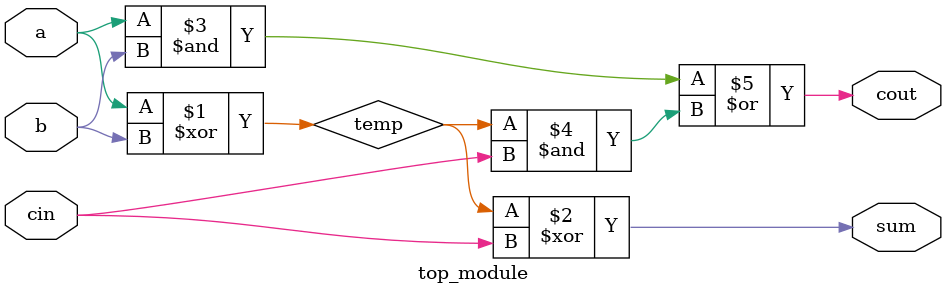
<source format=v>

module top_module( 
    input a, b, cin,
    output cout, sum );
    
    wire temp = a ^ b;
    
    assign sum = temp ^ cin;
    assign cout = (a & b) | (temp & cin);

endmodule

</source>
